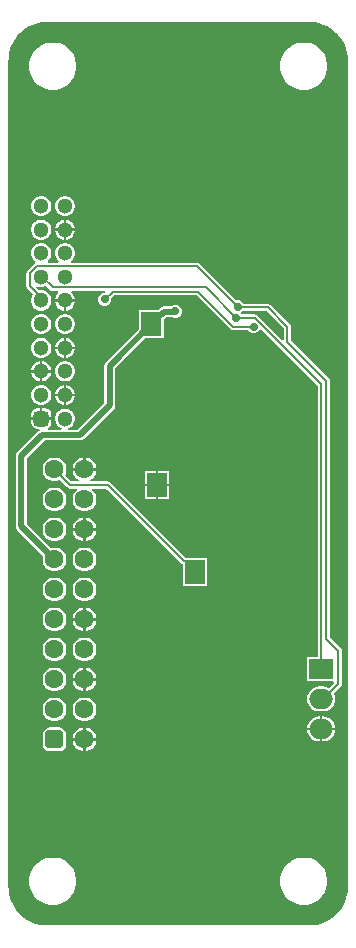
<source format=gbl>
G04*
G04 #@! TF.GenerationSoftware,Altium Limited,Altium Designer,23.3.1 (30)*
G04*
G04 Layer_Physical_Order=2*
G04 Layer_Color=16711680*
%FSLAX44Y44*%
%MOMM*%
G71*
G04*
G04 #@! TF.SameCoordinates,AFC9A265-922B-4258-BEE4-7106DEA6A0D1*
G04*
G04*
G04 #@! TF.FilePolarity,Positive*
G04*
G01*
G75*
%ADD12C,0.2000*%
%ADD33R,2.0000X1.7000*%
%ADD34O,2.0000X1.7000*%
%ADD35R,1.7000X2.0000*%
%ADD36C,1.3000*%
G04:AMPARAMS|DCode=37|XSize=1.3mm|YSize=1.3mm|CornerRadius=0.325mm|HoleSize=0mm|Usage=FLASHONLY|Rotation=90.000|XOffset=0mm|YOffset=0mm|HoleType=Round|Shape=RoundedRectangle|*
%AMROUNDEDRECTD37*
21,1,1.3000,0.6500,0,0,90.0*
21,1,0.6500,1.3000,0,0,90.0*
1,1,0.6500,0.3250,0.3250*
1,1,0.6500,0.3250,-0.3250*
1,1,0.6500,-0.3250,-0.3250*
1,1,0.6500,-0.3250,0.3250*
%
%ADD37ROUNDEDRECTD37*%
%ADD38C,1.6000*%
G04:AMPARAMS|DCode=39|XSize=1.6mm|YSize=1.6mm|CornerRadius=0.4mm|HoleSize=0mm|Usage=FLASHONLY|Rotation=90.000|XOffset=0mm|YOffset=0mm|HoleType=Round|Shape=RoundedRectangle|*
%AMROUNDEDRECTD39*
21,1,1.6000,0.8000,0,0,90.0*
21,1,0.8000,1.6000,0,0,90.0*
1,1,0.8000,0.4000,0.4000*
1,1,0.8000,0.4000,-0.4000*
1,1,0.8000,-0.4000,-0.4000*
1,1,0.8000,-0.4000,0.4000*
%
%ADD39ROUNDEDRECTD39*%
%ADD40C,0.7000*%
%ADD41C,0.5000*%
G36*
X265000Y767451D02*
X265000Y767451D01*
X266239Y767376D01*
X269873Y767090D01*
X270181Y767049D01*
X275035Y765884D01*
X279743Y763934D01*
X283999Y761326D01*
X284245Y761137D01*
X287749Y758144D01*
X288144Y757749D01*
X291137Y754245D01*
X291325Y753999D01*
X293934Y749743D01*
X295884Y745035D01*
X297049Y740181D01*
X297090Y739873D01*
X297451Y735279D01*
Y735001D01*
X297451Y735000D01*
X297451Y35000D01*
X297451Y35000D01*
Y34720D01*
X297090Y30128D01*
X297049Y29818D01*
X295884Y24965D01*
X293934Y20257D01*
X291326Y16001D01*
X291136Y15755D01*
X288144Y12251D01*
X287749Y11856D01*
X284245Y8863D01*
X283999Y8675D01*
X279743Y6066D01*
X275035Y4116D01*
X270180Y2951D01*
X269874Y2910D01*
X266239Y2625D01*
X265000Y2549D01*
D01*
X263736Y2549D01*
X42500Y2549D01*
X42500Y2549D01*
X42500Y2549D01*
X41261Y2624D01*
X37626Y2910D01*
X37319Y2951D01*
X32465Y4116D01*
X27757Y6066D01*
X23501Y8675D01*
X23256Y8863D01*
X19751Y11856D01*
X19356Y12250D01*
X16363Y15756D01*
X16175Y16001D01*
X13566Y20257D01*
X11616Y24965D01*
X10451Y29820D01*
X10410Y30126D01*
X10125Y33750D01*
X10049Y35000D01*
X10049Y35000D01*
X10049Y36248D01*
Y735000D01*
X10049Y735000D01*
X10124Y736239D01*
X10410Y739874D01*
X10451Y740180D01*
X11616Y745035D01*
X13566Y749743D01*
X16175Y753999D01*
X16363Y754244D01*
X19356Y757749D01*
X19751Y758144D01*
X23256Y761137D01*
X23501Y761325D01*
X27757Y763934D01*
X32465Y765884D01*
X37319Y767049D01*
X37627Y767090D01*
X42221Y767451D01*
X42499D01*
X42500Y767451D01*
X264500Y767451D01*
X264501Y767451D01*
X265000Y767451D01*
D02*
G37*
%LPC*%
G36*
X261970Y750000D02*
X258030D01*
X254166Y749231D01*
X250526Y747724D01*
X247251Y745535D01*
X244465Y742749D01*
X242276Y739473D01*
X240769Y735834D01*
X240000Y731970D01*
Y728030D01*
X240769Y724166D01*
X242276Y720526D01*
X244465Y717251D01*
X247251Y714465D01*
X250526Y712276D01*
X254166Y710769D01*
X258030Y710000D01*
X261970D01*
X265834Y710769D01*
X269473Y712276D01*
X272749Y714465D01*
X275535Y717251D01*
X277724Y720526D01*
X279231Y724166D01*
X280000Y728030D01*
Y731970D01*
X279231Y735834D01*
X277724Y739473D01*
X275535Y742749D01*
X272749Y745535D01*
X269473Y747724D01*
X265834Y749231D01*
X261970Y750000D01*
D02*
G37*
G36*
X49470D02*
X45530D01*
X41666Y749231D01*
X38026Y747724D01*
X34751Y745535D01*
X31965Y742749D01*
X29776Y739473D01*
X28269Y735834D01*
X27500Y731970D01*
Y728030D01*
X28269Y724166D01*
X29776Y720526D01*
X31965Y717251D01*
X34751Y714465D01*
X38026Y712276D01*
X41666Y710769D01*
X45530Y710000D01*
X49470D01*
X53334Y710769D01*
X56974Y712276D01*
X60249Y714465D01*
X63035Y717251D01*
X65224Y720526D01*
X66731Y724166D01*
X67500Y728030D01*
Y731970D01*
X66731Y735834D01*
X65224Y739473D01*
X63035Y742749D01*
X60249Y745535D01*
X56974Y747724D01*
X53334Y749231D01*
X49470Y750000D01*
D02*
G37*
G36*
X58919Y620150D02*
X56681D01*
X54519Y619571D01*
X52581Y618452D01*
X50998Y616869D01*
X49879Y614931D01*
X49300Y612769D01*
Y610531D01*
X49879Y608369D01*
X50998Y606431D01*
X52581Y604848D01*
X54519Y603729D01*
X56681Y603150D01*
X58919D01*
X61081Y603729D01*
X63019Y604848D01*
X64602Y606431D01*
X65721Y608369D01*
X66300Y610531D01*
Y612769D01*
X65721Y614931D01*
X64602Y616869D01*
X63019Y618452D01*
X61081Y619571D01*
X58919Y620150D01*
D02*
G37*
G36*
X38919D02*
X36681D01*
X34519Y619571D01*
X32581Y618452D01*
X30998Y616869D01*
X29879Y614931D01*
X29300Y612769D01*
Y610531D01*
X29879Y608369D01*
X30998Y606431D01*
X32581Y604848D01*
X34519Y603729D01*
X36681Y603150D01*
X38919D01*
X41081Y603729D01*
X43019Y604848D01*
X44602Y606431D01*
X45721Y608369D01*
X46300Y610531D01*
Y612769D01*
X45721Y614931D01*
X44602Y616869D01*
X43019Y618452D01*
X41081Y619571D01*
X38919Y620150D01*
D02*
G37*
G36*
X58919Y600150D02*
X58800D01*
Y592650D01*
X66300D01*
Y592769D01*
X65721Y594931D01*
X64602Y596869D01*
X63019Y598452D01*
X61081Y599571D01*
X58919Y600150D01*
D02*
G37*
G36*
X56800D02*
X56681D01*
X54519Y599571D01*
X52581Y598452D01*
X50998Y596869D01*
X49879Y594931D01*
X49300Y592769D01*
Y592650D01*
X56800D01*
Y600150D01*
D02*
G37*
G36*
X66300Y590650D02*
X58800D01*
Y583150D01*
X58919D01*
X61081Y583729D01*
X63019Y584848D01*
X64602Y586431D01*
X65721Y588369D01*
X66300Y590531D01*
Y590650D01*
D02*
G37*
G36*
X56800D02*
X49300D01*
Y590531D01*
X49879Y588369D01*
X50998Y586431D01*
X52581Y584848D01*
X54519Y583729D01*
X56681Y583150D01*
X56800D01*
Y590650D01*
D02*
G37*
G36*
X38919Y600150D02*
X36681D01*
X34519Y599571D01*
X32581Y598452D01*
X30998Y596869D01*
X29879Y594931D01*
X29300Y592769D01*
Y590531D01*
X29879Y588369D01*
X30998Y586431D01*
X32581Y584848D01*
X34519Y583729D01*
X36681Y583150D01*
X38919D01*
X41081Y583729D01*
X43019Y584848D01*
X44602Y586431D01*
X45721Y588369D01*
X46300Y590531D01*
Y592769D01*
X45721Y594931D01*
X44602Y596869D01*
X43019Y598452D01*
X41081Y599571D01*
X38919Y600150D01*
D02*
G37*
G36*
X58919Y580150D02*
X56681D01*
X54519Y579571D01*
X52581Y578452D01*
X50998Y576869D01*
X49879Y574931D01*
X49300Y572769D01*
Y570531D01*
X49879Y568369D01*
X50998Y566431D01*
X52450Y564979D01*
X52370Y564423D01*
X52015Y563709D01*
X43585D01*
X43230Y564423D01*
X43150Y564979D01*
X44602Y566431D01*
X45721Y568369D01*
X46300Y570531D01*
Y572769D01*
X45721Y574931D01*
X44602Y576869D01*
X43019Y578452D01*
X41081Y579571D01*
X38919Y580150D01*
X36681D01*
X34519Y579571D01*
X32581Y578452D01*
X30998Y576869D01*
X29879Y574931D01*
X29300Y572769D01*
Y570531D01*
X29879Y568369D01*
X30998Y566431D01*
X32581Y564848D01*
X32763Y564743D01*
X32819Y564225D01*
X32677Y563326D01*
X31909Y562813D01*
X31909Y562813D01*
X26087Y556991D01*
X25424Y555998D01*
X25191Y554828D01*
X25191Y554828D01*
Y543811D01*
X25191Y543811D01*
X25424Y542640D01*
X26087Y541648D01*
X30950Y536785D01*
X29879Y534931D01*
X29300Y532769D01*
Y530531D01*
X29879Y528369D01*
X30998Y526431D01*
X32581Y524848D01*
X34519Y523729D01*
X36681Y523150D01*
X38919D01*
X41081Y523729D01*
X43019Y524848D01*
X44602Y526431D01*
X45721Y528369D01*
X46300Y530531D01*
Y532769D01*
X45721Y534931D01*
X44602Y536869D01*
X43019Y538452D01*
X41081Y539571D01*
X38919Y540150D01*
X36681D01*
X36330Y540056D01*
X33584Y542803D01*
X34364Y543819D01*
X34519Y543729D01*
X36681Y543150D01*
X38919D01*
X41081Y543729D01*
X41660Y544064D01*
X45237Y540487D01*
X45237Y540487D01*
X46229Y539824D01*
X47400Y539591D01*
X47400Y539591D01*
X52015D01*
X52370Y538876D01*
X52450Y538321D01*
X50998Y536869D01*
X49879Y534931D01*
X49300Y532769D01*
Y532650D01*
X57800D01*
X66300D01*
Y532769D01*
X65721Y534931D01*
X64602Y536869D01*
X63150Y538321D01*
X63230Y538876D01*
X63585Y539591D01*
X91483D01*
X92126Y538321D01*
X91891Y538000D01*
X90406D01*
X88385Y537163D01*
X86837Y535616D01*
X86000Y533594D01*
Y531406D01*
X86837Y529384D01*
X88385Y527837D01*
X90406Y527000D01*
X92594D01*
X94615Y527837D01*
X96163Y529384D01*
X97000Y531406D01*
Y533594D01*
X96976Y533651D01*
X99517Y536191D01*
X169233D01*
X198087Y507337D01*
X198087Y507337D01*
X199079Y506674D01*
X200250Y506441D01*
X200250Y506441D01*
X212710D01*
X212837Y506134D01*
X214384Y504587D01*
X216406Y503750D01*
X218594D01*
X220616Y504587D01*
X222163Y506134D01*
X222479Y506899D01*
X223977Y507197D01*
X271691Y459483D01*
Y230150D01*
X262750D01*
Y209150D01*
X285028D01*
X285554Y207880D01*
X281228Y203553D01*
X278991Y204480D01*
X276250Y204841D01*
X273250D01*
X270509Y204480D01*
X267955Y203422D01*
X265761Y201739D01*
X264078Y199545D01*
X263020Y196991D01*
X262659Y194250D01*
X263020Y191509D01*
X264078Y188955D01*
X265761Y186761D01*
X267955Y185078D01*
X270509Y184020D01*
X273250Y183659D01*
X276250D01*
X278991Y184020D01*
X281545Y185078D01*
X283739Y186761D01*
X285422Y188955D01*
X286480Y191509D01*
X286841Y194250D01*
X286480Y196991D01*
X285553Y199228D01*
X291413Y205087D01*
X292076Y206080D01*
X292309Y207250D01*
Y235000D01*
X292076Y236171D01*
X291413Y237163D01*
X291413Y237163D01*
X282309Y246267D01*
Y463500D01*
X282076Y464671D01*
X281413Y465663D01*
X281413Y465663D01*
X249059Y498017D01*
Y499300D01*
X249171Y499862D01*
X249170Y499862D01*
Y509388D01*
X249171Y509388D01*
X248938Y510559D01*
X248275Y511551D01*
X248275Y511551D01*
X231663Y528163D01*
X230671Y528826D01*
X229500Y529059D01*
X229500Y529059D01*
X208936D01*
X208772Y529455D01*
X207225Y531002D01*
X205203Y531839D01*
X203015D01*
X202959Y531816D01*
X171962Y562813D01*
X170970Y563476D01*
X169799Y563709D01*
X169799Y563709D01*
X63585D01*
X63230Y564423D01*
X63150Y564979D01*
X64602Y566431D01*
X65721Y568369D01*
X66300Y570531D01*
Y572769D01*
X65721Y574931D01*
X64602Y576869D01*
X63019Y578452D01*
X61081Y579571D01*
X58919Y580150D01*
D02*
G37*
G36*
X66300Y530650D02*
X58800D01*
Y523150D01*
X58919D01*
X61081Y523729D01*
X63019Y524848D01*
X64602Y526431D01*
X65721Y528369D01*
X66300Y530531D01*
Y530650D01*
D02*
G37*
G36*
X56800D02*
X49300D01*
Y530531D01*
X49879Y528369D01*
X50998Y526431D01*
X52581Y524848D01*
X54519Y523729D01*
X56681Y523150D01*
X56800D01*
Y530650D01*
D02*
G37*
G36*
X152344Y528000D02*
X150156D01*
X148134Y527163D01*
X147677Y526706D01*
X141617D01*
X139861Y526356D01*
X138373Y525362D01*
X136511Y523500D01*
X120500D01*
Y507489D01*
X92506Y479494D01*
X91511Y478006D01*
X91162Y476250D01*
Y444650D01*
X68850Y422338D01*
X60796D01*
X60629Y423608D01*
X61081Y423729D01*
X63019Y424848D01*
X64602Y426431D01*
X65721Y428369D01*
X66300Y430531D01*
Y432769D01*
X65721Y434931D01*
X64602Y436869D01*
X63019Y438452D01*
X61081Y439571D01*
X58919Y440150D01*
X56681D01*
X54519Y439571D01*
X52581Y438452D01*
X50998Y436869D01*
X49879Y434931D01*
X49300Y432769D01*
Y430531D01*
X49879Y428369D01*
X50998Y426431D01*
X52581Y424848D01*
X54519Y423729D01*
X54971Y423608D01*
X54804Y422338D01*
X43540D01*
X43479Y422491D01*
X43328Y423608D01*
X44835Y424615D01*
X45995Y426352D01*
X46403Y428400D01*
Y430650D01*
X37800D01*
X29197D01*
Y428400D01*
X29605Y426352D01*
X30765Y424615D01*
X32502Y423455D01*
X34550Y423047D01*
X36300D01*
X36677Y421777D01*
X35506Y420994D01*
X17506Y402994D01*
X16511Y401506D01*
X16162Y399750D01*
Y340650D01*
X16511Y338894D01*
X17506Y337406D01*
X39464Y315448D01*
X39000Y313717D01*
Y311084D01*
X39681Y308540D01*
X40998Y306260D01*
X42860Y304398D01*
X45140Y303081D01*
X47684Y302400D01*
X50317D01*
X52860Y303081D01*
X55140Y304398D01*
X57002Y306260D01*
X58319Y308540D01*
X59000Y311084D01*
Y313717D01*
X58319Y316260D01*
X57002Y318540D01*
X55140Y320402D01*
X52860Y321718D01*
X50317Y322400D01*
X47684D01*
X45953Y321936D01*
X25338Y342551D01*
Y397850D01*
X40651Y413162D01*
X70750D01*
X72506Y413511D01*
X73994Y414506D01*
X98994Y439506D01*
X99989Y440994D01*
X100338Y442750D01*
Y474350D01*
X125489Y499500D01*
X141500D01*
Y515511D01*
X143518Y517529D01*
X148878D01*
X150156Y517000D01*
X152344D01*
X154366Y517837D01*
X155913Y519384D01*
X156750Y521406D01*
Y523594D01*
X155913Y525616D01*
X154366Y527163D01*
X152344Y528000D01*
D02*
G37*
G36*
X58919Y520150D02*
X56681D01*
X54519Y519571D01*
X52581Y518452D01*
X50998Y516869D01*
X49879Y514931D01*
X49300Y512769D01*
Y510531D01*
X49879Y508369D01*
X50998Y506431D01*
X52581Y504848D01*
X54519Y503729D01*
X56681Y503150D01*
X58919D01*
X61081Y503729D01*
X63019Y504848D01*
X64602Y506431D01*
X65721Y508369D01*
X66300Y510531D01*
Y512769D01*
X65721Y514931D01*
X64602Y516869D01*
X63019Y518452D01*
X61081Y519571D01*
X58919Y520150D01*
D02*
G37*
G36*
X38919D02*
X36681D01*
X34519Y519571D01*
X32581Y518452D01*
X30998Y516869D01*
X29879Y514931D01*
X29300Y512769D01*
Y510531D01*
X29879Y508369D01*
X30998Y506431D01*
X32581Y504848D01*
X34519Y503729D01*
X36681Y503150D01*
X38919D01*
X41081Y503729D01*
X43019Y504848D01*
X44602Y506431D01*
X45721Y508369D01*
X46300Y510531D01*
Y512769D01*
X45721Y514931D01*
X44602Y516869D01*
X43019Y518452D01*
X41081Y519571D01*
X38919Y520150D01*
D02*
G37*
G36*
X58919Y500150D02*
X58800D01*
Y492650D01*
X66300D01*
Y492769D01*
X65721Y494931D01*
X64602Y496869D01*
X63019Y498452D01*
X61081Y499571D01*
X58919Y500150D01*
D02*
G37*
G36*
X56800D02*
X56681D01*
X54519Y499571D01*
X52581Y498452D01*
X50998Y496869D01*
X49879Y494931D01*
X49300Y492769D01*
Y492650D01*
X56800D01*
Y500150D01*
D02*
G37*
G36*
X66300Y490650D02*
X58800D01*
Y483150D01*
X58919D01*
X61081Y483729D01*
X63019Y484848D01*
X64602Y486431D01*
X65721Y488369D01*
X66300Y490531D01*
Y490650D01*
D02*
G37*
G36*
X56800D02*
X49300D01*
Y490531D01*
X49879Y488369D01*
X50998Y486431D01*
X52581Y484848D01*
X54519Y483729D01*
X56681Y483150D01*
X56800D01*
Y490650D01*
D02*
G37*
G36*
X38919Y500150D02*
X36681D01*
X34519Y499571D01*
X32581Y498452D01*
X30998Y496869D01*
X29879Y494931D01*
X29300Y492769D01*
Y490531D01*
X29879Y488369D01*
X30998Y486431D01*
X32581Y484848D01*
X34519Y483729D01*
X36681Y483150D01*
X38919D01*
X41081Y483729D01*
X43019Y484848D01*
X44602Y486431D01*
X45721Y488369D01*
X46300Y490531D01*
Y492769D01*
X45721Y494931D01*
X44602Y496869D01*
X43019Y498452D01*
X41081Y499571D01*
X38919Y500150D01*
D02*
G37*
G36*
Y480150D02*
X38800D01*
Y472650D01*
X46300D01*
Y472769D01*
X45721Y474931D01*
X44602Y476869D01*
X43019Y478452D01*
X41081Y479571D01*
X38919Y480150D01*
D02*
G37*
G36*
X36800D02*
X36681D01*
X34519Y479571D01*
X32581Y478452D01*
X30998Y476869D01*
X29879Y474931D01*
X29300Y472769D01*
Y472650D01*
X36800D01*
Y480150D01*
D02*
G37*
G36*
X58919D02*
X56681D01*
X54519Y479571D01*
X52581Y478452D01*
X50998Y476869D01*
X49879Y474931D01*
X49300Y472769D01*
Y470531D01*
X49879Y468369D01*
X50998Y466431D01*
X52581Y464848D01*
X54519Y463729D01*
X56681Y463150D01*
X58919D01*
X61081Y463729D01*
X63019Y464848D01*
X64602Y466431D01*
X65721Y468369D01*
X66300Y470531D01*
Y472769D01*
X65721Y474931D01*
X64602Y476869D01*
X63019Y478452D01*
X61081Y479571D01*
X58919Y480150D01*
D02*
G37*
G36*
X46300Y470650D02*
X38800D01*
Y463150D01*
X38919D01*
X41081Y463729D01*
X43019Y464848D01*
X44602Y466431D01*
X45721Y468369D01*
X46300Y470531D01*
Y470650D01*
D02*
G37*
G36*
X36800D02*
X29300D01*
Y470531D01*
X29879Y468369D01*
X30998Y466431D01*
X32581Y464848D01*
X34519Y463729D01*
X36681Y463150D01*
X36800D01*
Y470650D01*
D02*
G37*
G36*
X58919Y460150D02*
X58800D01*
Y452650D01*
X66300D01*
Y452769D01*
X65721Y454931D01*
X64602Y456869D01*
X63019Y458452D01*
X61081Y459571D01*
X58919Y460150D01*
D02*
G37*
G36*
X56800D02*
X56681D01*
X54519Y459571D01*
X52581Y458452D01*
X50998Y456869D01*
X49879Y454931D01*
X49300Y452769D01*
Y452650D01*
X56800D01*
Y460150D01*
D02*
G37*
G36*
X66300Y450650D02*
X58800D01*
Y443150D01*
X58919D01*
X61081Y443729D01*
X63019Y444848D01*
X64602Y446431D01*
X65721Y448369D01*
X66300Y450531D01*
Y450650D01*
D02*
G37*
G36*
X56800D02*
X49300D01*
Y450531D01*
X49879Y448369D01*
X50998Y446431D01*
X52581Y444848D01*
X54519Y443729D01*
X56681Y443150D01*
X56800D01*
Y450650D01*
D02*
G37*
G36*
X38919Y460150D02*
X36681D01*
X34519Y459571D01*
X32581Y458452D01*
X30998Y456869D01*
X29879Y454931D01*
X29300Y452769D01*
Y450531D01*
X29879Y448369D01*
X30998Y446431D01*
X32581Y444848D01*
X34519Y443729D01*
X36681Y443150D01*
X38919D01*
X41081Y443729D01*
X43019Y444848D01*
X44602Y446431D01*
X45721Y448369D01*
X46300Y450531D01*
Y452769D01*
X45721Y454931D01*
X44602Y456869D01*
X43019Y458452D01*
X41081Y459571D01*
X38919Y460150D01*
D02*
G37*
G36*
X41050Y440253D02*
X38800D01*
Y432650D01*
X46403D01*
Y434900D01*
X45995Y436948D01*
X44835Y438685D01*
X43098Y439845D01*
X41050Y440253D01*
D02*
G37*
G36*
X36800D02*
X34550D01*
X32502Y439845D01*
X30765Y438685D01*
X29605Y436948D01*
X29197Y434900D01*
Y432650D01*
X36800D01*
Y440253D01*
D02*
G37*
G36*
X75717Y398600D02*
X75400D01*
Y389600D01*
X84400D01*
Y389916D01*
X83719Y392460D01*
X82402Y394740D01*
X80540Y396602D01*
X78260Y397919D01*
X75717Y398600D01*
D02*
G37*
G36*
X73400D02*
X73084D01*
X70540Y397919D01*
X68260Y396602D01*
X66398Y394740D01*
X65082Y392460D01*
X64400Y389916D01*
Y389600D01*
X73400D01*
Y398600D01*
D02*
G37*
G36*
X146250Y387500D02*
X136750D01*
Y376500D01*
X146250D01*
Y387500D01*
D02*
G37*
G36*
X134750D02*
X125250D01*
Y376500D01*
X134750D01*
Y387500D01*
D02*
G37*
G36*
X146250Y374500D02*
X136750D01*
Y363500D01*
X146250D01*
Y374500D01*
D02*
G37*
G36*
X134750D02*
X125250D01*
Y363500D01*
X134750D01*
Y374500D01*
D02*
G37*
G36*
X50317Y373200D02*
X47684D01*
X45140Y372519D01*
X42860Y371202D01*
X40998Y369340D01*
X39681Y367060D01*
X39000Y364516D01*
Y361884D01*
X39681Y359340D01*
X40998Y357060D01*
X42860Y355198D01*
X45140Y353881D01*
X47684Y353200D01*
X50317D01*
X52860Y353881D01*
X55140Y355198D01*
X57002Y357060D01*
X58319Y359340D01*
X59000Y361884D01*
Y364516D01*
X58319Y367060D01*
X57002Y369340D01*
X55140Y371202D01*
X52860Y372519D01*
X50317Y373200D01*
D02*
G37*
G36*
X75717Y347800D02*
X75400D01*
Y338800D01*
X84400D01*
Y339117D01*
X83719Y341660D01*
X82402Y343940D01*
X80540Y345802D01*
X78260Y347118D01*
X75717Y347800D01*
D02*
G37*
G36*
X73400D02*
X73084D01*
X70540Y347118D01*
X68260Y345802D01*
X66398Y343940D01*
X65082Y341660D01*
X64400Y339117D01*
Y338800D01*
X73400D01*
Y347800D01*
D02*
G37*
G36*
X84400Y336800D02*
X75400D01*
Y327800D01*
X75717D01*
X78260Y328481D01*
X80540Y329798D01*
X82402Y331660D01*
X83719Y333940D01*
X84400Y336483D01*
Y336800D01*
D02*
G37*
G36*
X73400D02*
X64400D01*
Y336483D01*
X65082Y333940D01*
X66398Y331660D01*
X68260Y329798D01*
X70540Y328481D01*
X73084Y327800D01*
X73400D01*
Y336800D01*
D02*
G37*
G36*
X50317Y347800D02*
X47684D01*
X45140Y347118D01*
X42860Y345802D01*
X40998Y343940D01*
X39681Y341660D01*
X39000Y339117D01*
Y336483D01*
X39681Y333940D01*
X40998Y331660D01*
X42860Y329798D01*
X45140Y328481D01*
X47684Y327800D01*
X50317D01*
X52860Y328481D01*
X55140Y329798D01*
X57002Y331660D01*
X58319Y333940D01*
X59000Y336483D01*
Y339117D01*
X58319Y341660D01*
X57002Y343940D01*
X55140Y345802D01*
X52860Y347118D01*
X50317Y347800D01*
D02*
G37*
G36*
X75717Y322400D02*
X73084D01*
X70540Y321718D01*
X68260Y320402D01*
X66398Y318540D01*
X65082Y316260D01*
X64400Y313717D01*
Y311084D01*
X65082Y308540D01*
X66398Y306260D01*
X68260Y304398D01*
X70540Y303081D01*
X73084Y302400D01*
X75717D01*
X78260Y303081D01*
X80540Y304398D01*
X82402Y306260D01*
X83719Y308540D01*
X84400Y311084D01*
Y313717D01*
X83719Y316260D01*
X82402Y318540D01*
X80540Y320402D01*
X78260Y321718D01*
X75717Y322400D01*
D02*
G37*
G36*
X50317Y398600D02*
X47684D01*
X45140Y397919D01*
X42860Y396602D01*
X40998Y394740D01*
X39681Y392460D01*
X39000Y389916D01*
Y387284D01*
X39681Y384740D01*
X40998Y382460D01*
X42860Y380598D01*
X45140Y379282D01*
X47684Y378600D01*
X50317D01*
X52860Y379282D01*
X53578Y379696D01*
X59937Y373337D01*
X59937Y373337D01*
X60929Y372674D01*
X62100Y372441D01*
X67953D01*
X68220Y371445D01*
X68229Y371171D01*
X66398Y369340D01*
X65082Y367060D01*
X64400Y364516D01*
Y361884D01*
X65082Y359340D01*
X66398Y357060D01*
X68260Y355198D01*
X70540Y353881D01*
X73084Y353200D01*
X75717D01*
X78260Y353881D01*
X80540Y355198D01*
X82402Y357060D01*
X83719Y359340D01*
X84400Y361884D01*
Y364516D01*
X83719Y367060D01*
X82402Y369340D01*
X80571Y371171D01*
X80580Y371445D01*
X80847Y372441D01*
X92983D01*
X156837Y308587D01*
X156837Y308587D01*
X157500Y308144D01*
Y289750D01*
X178500D01*
Y313750D01*
X160796D01*
X160500Y313809D01*
X160500Y313809D01*
X160267D01*
X96413Y377663D01*
X95421Y378326D01*
X94250Y378559D01*
X94250Y378559D01*
X79548D01*
X79208Y379829D01*
X80540Y380598D01*
X82402Y382460D01*
X83719Y384740D01*
X84400Y387284D01*
Y387600D01*
X74400D01*
X64400D01*
Y387284D01*
X65082Y384740D01*
X66398Y382460D01*
X68260Y380598D01*
X69592Y379829D01*
X69252Y378559D01*
X63367D01*
X57904Y384022D01*
X58319Y384740D01*
X59000Y387284D01*
Y389916D01*
X58319Y392460D01*
X57002Y394740D01*
X55140Y396602D01*
X52860Y397919D01*
X50317Y398600D01*
D02*
G37*
G36*
X75717Y297000D02*
X73084D01*
X70540Y296318D01*
X68260Y295002D01*
X66398Y293140D01*
X65082Y290860D01*
X64400Y288316D01*
Y285683D01*
X65082Y283140D01*
X66398Y280860D01*
X68260Y278998D01*
X70540Y277682D01*
X73084Y277000D01*
X75717D01*
X78260Y277682D01*
X80540Y278998D01*
X82402Y280860D01*
X83719Y283140D01*
X84400Y285683D01*
Y288316D01*
X83719Y290860D01*
X82402Y293140D01*
X80540Y295002D01*
X78260Y296318D01*
X75717Y297000D01*
D02*
G37*
G36*
X50317D02*
X47684D01*
X45140Y296318D01*
X42860Y295002D01*
X40998Y293140D01*
X39681Y290860D01*
X39000Y288316D01*
Y285683D01*
X39681Y283140D01*
X40998Y280860D01*
X42860Y278998D01*
X45140Y277682D01*
X47684Y277000D01*
X50317D01*
X52860Y277682D01*
X55140Y278998D01*
X57002Y280860D01*
X58319Y283140D01*
X59000Y285683D01*
Y288316D01*
X58319Y290860D01*
X57002Y293140D01*
X55140Y295002D01*
X52860Y296318D01*
X50317Y297000D01*
D02*
G37*
G36*
X75717Y271600D02*
X75400D01*
Y262600D01*
X84400D01*
Y262917D01*
X83719Y265460D01*
X82402Y267740D01*
X80540Y269602D01*
X78260Y270919D01*
X75717Y271600D01*
D02*
G37*
G36*
X73400D02*
X73084D01*
X70540Y270919D01*
X68260Y269602D01*
X66398Y267740D01*
X65082Y265460D01*
X64400Y262917D01*
Y262600D01*
X73400D01*
Y271600D01*
D02*
G37*
G36*
X84400Y260600D02*
X75400D01*
Y251600D01*
X75717D01*
X78260Y252281D01*
X80540Y253598D01*
X82402Y255460D01*
X83719Y257740D01*
X84400Y260284D01*
Y260600D01*
D02*
G37*
G36*
X73400D02*
X64400D01*
Y260284D01*
X65082Y257740D01*
X66398Y255460D01*
X68260Y253598D01*
X70540Y252281D01*
X73084Y251600D01*
X73400D01*
Y260600D01*
D02*
G37*
G36*
X50317Y271600D02*
X47684D01*
X45140Y270919D01*
X42860Y269602D01*
X40998Y267740D01*
X39681Y265460D01*
X39000Y262917D01*
Y260284D01*
X39681Y257740D01*
X40998Y255460D01*
X42860Y253598D01*
X45140Y252281D01*
X47684Y251600D01*
X50317D01*
X52860Y252281D01*
X55140Y253598D01*
X57002Y255460D01*
X58319Y257740D01*
X59000Y260284D01*
Y262917D01*
X58319Y265460D01*
X57002Y267740D01*
X55140Y269602D01*
X52860Y270919D01*
X50317Y271600D01*
D02*
G37*
G36*
X75717Y246200D02*
X73084D01*
X70540Y245518D01*
X68260Y244202D01*
X66398Y242340D01*
X65082Y240060D01*
X64400Y237516D01*
Y234883D01*
X65082Y232340D01*
X66398Y230060D01*
X68260Y228198D01*
X70540Y226882D01*
X73084Y226200D01*
X75717D01*
X78260Y226882D01*
X80540Y228198D01*
X82402Y230060D01*
X83719Y232340D01*
X84400Y234883D01*
Y237516D01*
X83719Y240060D01*
X82402Y242340D01*
X80540Y244202D01*
X78260Y245518D01*
X75717Y246200D01*
D02*
G37*
G36*
X50317D02*
X47684D01*
X45140Y245518D01*
X42860Y244202D01*
X40998Y242340D01*
X39681Y240060D01*
X39000Y237516D01*
Y234883D01*
X39681Y232340D01*
X40998Y230060D01*
X42860Y228198D01*
X45140Y226882D01*
X47684Y226200D01*
X50317D01*
X52860Y226882D01*
X55140Y228198D01*
X57002Y230060D01*
X58319Y232340D01*
X59000Y234883D01*
Y237516D01*
X58319Y240060D01*
X57002Y242340D01*
X55140Y244202D01*
X52860Y245518D01*
X50317Y246200D01*
D02*
G37*
G36*
X75717Y220800D02*
X75400D01*
Y211800D01*
X84400D01*
Y212117D01*
X83719Y214660D01*
X82402Y216940D01*
X80540Y218802D01*
X78260Y220119D01*
X75717Y220800D01*
D02*
G37*
G36*
X73400D02*
X73084D01*
X70540Y220119D01*
X68260Y218802D01*
X66398Y216940D01*
X65082Y214660D01*
X64400Y212117D01*
Y211800D01*
X73400D01*
Y220800D01*
D02*
G37*
G36*
X84400Y209800D02*
X75400D01*
Y200800D01*
X75717D01*
X78260Y201481D01*
X80540Y202798D01*
X82402Y204660D01*
X83719Y206940D01*
X84400Y209484D01*
Y209800D01*
D02*
G37*
G36*
X73400D02*
X64400D01*
Y209484D01*
X65082Y206940D01*
X66398Y204660D01*
X68260Y202798D01*
X70540Y201481D01*
X73084Y200800D01*
X73400D01*
Y209800D01*
D02*
G37*
G36*
X50317Y220800D02*
X47684D01*
X45140Y220119D01*
X42860Y218802D01*
X40998Y216940D01*
X39681Y214660D01*
X39000Y212117D01*
Y209484D01*
X39681Y206940D01*
X40998Y204660D01*
X42860Y202798D01*
X45140Y201481D01*
X47684Y200800D01*
X50317D01*
X52860Y201481D01*
X55140Y202798D01*
X57002Y204660D01*
X58319Y206940D01*
X59000Y209484D01*
Y212117D01*
X58319Y214660D01*
X57002Y216940D01*
X55140Y218802D01*
X52860Y220119D01*
X50317Y220800D01*
D02*
G37*
G36*
X75717Y195400D02*
X73084D01*
X70540Y194718D01*
X68260Y193402D01*
X66398Y191540D01*
X65082Y189260D01*
X64400Y186716D01*
Y184083D01*
X65082Y181540D01*
X66398Y179260D01*
X68260Y177398D01*
X70540Y176082D01*
X73084Y175400D01*
X75717D01*
X78260Y176082D01*
X80540Y177398D01*
X82402Y179260D01*
X83719Y181540D01*
X84400Y184083D01*
Y186716D01*
X83719Y189260D01*
X82402Y191540D01*
X80540Y193402D01*
X78260Y194718D01*
X75717Y195400D01*
D02*
G37*
G36*
X50317D02*
X47684D01*
X45140Y194718D01*
X42860Y193402D01*
X40998Y191540D01*
X39681Y189260D01*
X39000Y186716D01*
Y184083D01*
X39681Y181540D01*
X40998Y179260D01*
X42860Y177398D01*
X45140Y176082D01*
X47684Y175400D01*
X50317D01*
X52860Y176082D01*
X55140Y177398D01*
X57002Y179260D01*
X58319Y181540D01*
X59000Y184083D01*
Y186716D01*
X58319Y189260D01*
X57002Y191540D01*
X55140Y193402D01*
X52860Y194718D01*
X50317Y195400D01*
D02*
G37*
G36*
X276250Y179441D02*
X275750D01*
Y169850D01*
X286709D01*
X286480Y171591D01*
X285422Y174145D01*
X283739Y176339D01*
X281545Y178022D01*
X278991Y179080D01*
X276250Y179441D01*
D02*
G37*
G36*
X273750D02*
X273250D01*
X270509Y179080D01*
X267955Y178022D01*
X265761Y176339D01*
X264078Y174145D01*
X263020Y171591D01*
X262791Y169850D01*
X273750D01*
Y179441D01*
D02*
G37*
G36*
X75717Y170000D02*
X75400D01*
Y161000D01*
X84400D01*
Y161317D01*
X83719Y163860D01*
X82402Y166140D01*
X80540Y168002D01*
X78260Y169319D01*
X75717Y170000D01*
D02*
G37*
G36*
X73400D02*
X73084D01*
X70540Y169319D01*
X68260Y168002D01*
X66398Y166140D01*
X65082Y163860D01*
X64400Y161317D01*
Y161000D01*
X73400D01*
Y170000D01*
D02*
G37*
G36*
X286709Y167850D02*
X275750D01*
Y158259D01*
X276250D01*
X278991Y158620D01*
X281545Y159678D01*
X283739Y161361D01*
X285422Y163555D01*
X286480Y166109D01*
X286709Y167850D01*
D02*
G37*
G36*
X273750D02*
X262791D01*
X263020Y166109D01*
X264078Y163555D01*
X265761Y161361D01*
X267955Y159678D01*
X270509Y158620D01*
X273250Y158259D01*
X273750D01*
Y167850D01*
D02*
G37*
G36*
X84400Y159000D02*
X75400D01*
Y150000D01*
X75717D01*
X78260Y150681D01*
X80540Y151998D01*
X82402Y153860D01*
X83719Y156140D01*
X84400Y158684D01*
Y159000D01*
D02*
G37*
G36*
X73400D02*
X64400D01*
Y158684D01*
X65082Y156140D01*
X66398Y153860D01*
X68260Y151998D01*
X70540Y150681D01*
X73084Y150000D01*
X73400D01*
Y159000D01*
D02*
G37*
G36*
X53000Y170117D02*
X45000D01*
X42659Y169652D01*
X40674Y168326D01*
X39348Y166341D01*
X38883Y164000D01*
Y156000D01*
X39348Y153659D01*
X40674Y151674D01*
X42659Y150348D01*
X45000Y149882D01*
X53000D01*
X55341Y150348D01*
X57326Y151674D01*
X58652Y153659D01*
X59117Y156000D01*
Y164000D01*
X58652Y166341D01*
X57326Y168326D01*
X55341Y169652D01*
X53000Y170117D01*
D02*
G37*
G36*
X261970Y60000D02*
X258030D01*
X254166Y59231D01*
X250526Y57724D01*
X247251Y55535D01*
X244465Y52749D01*
X242276Y49474D01*
X240769Y45834D01*
X240000Y41970D01*
Y38030D01*
X240769Y34166D01*
X242276Y30526D01*
X244465Y27251D01*
X247251Y24465D01*
X250526Y22276D01*
X254166Y20769D01*
X258030Y20000D01*
X261970D01*
X265834Y20769D01*
X269473Y22276D01*
X272749Y24465D01*
X275535Y27251D01*
X277724Y30526D01*
X279231Y34166D01*
X280000Y38030D01*
Y41970D01*
X279231Y45834D01*
X277724Y49474D01*
X275535Y52749D01*
X272749Y55535D01*
X269473Y57724D01*
X265834Y59231D01*
X261970Y60000D01*
D02*
G37*
G36*
X49470D02*
X45530D01*
X41666Y59231D01*
X38026Y57724D01*
X34751Y55535D01*
X31965Y52749D01*
X29776Y49474D01*
X28269Y45834D01*
X27500Y41970D01*
Y38030D01*
X28269Y34166D01*
X29776Y30526D01*
X31965Y27251D01*
X34751Y24465D01*
X38026Y22276D01*
X41666Y20769D01*
X45530Y20000D01*
X49470D01*
X53334Y20769D01*
X56974Y22276D01*
X60249Y24465D01*
X63035Y27251D01*
X65224Y30526D01*
X66731Y34166D01*
X67500Y38030D01*
Y41970D01*
X66731Y45834D01*
X65224Y49474D01*
X63035Y52749D01*
X60249Y55535D01*
X56974Y57724D01*
X53334Y59231D01*
X49470Y60000D01*
D02*
G37*
%LPD*%
G36*
X243053Y508121D02*
Y500312D01*
X242941Y499750D01*
X242941Y499750D01*
Y498544D01*
X241768Y498058D01*
X220916Y518910D01*
X219923Y519573D01*
X218753Y519806D01*
X218752Y519806D01*
X207924D01*
X207053Y520813D01*
X207225Y521677D01*
X208489Y522941D01*
X228233D01*
X243053Y508121D01*
D02*
G37*
D12*
X289250Y207250D02*
Y235000D01*
X229500Y526000D02*
X246112Y509388D01*
X279250Y245000D02*
X289250Y235000D01*
X279250Y245000D02*
Y463500D01*
X246000Y496750D02*
Y499750D01*
Y496750D02*
X279250Y463500D01*
X246000Y499750D02*
X246112Y499862D01*
Y509388D01*
X218753Y516747D02*
X274750Y460750D01*
Y219650D02*
Y460750D01*
X203003Y516747D02*
X218753D01*
X276250Y194250D02*
X289250Y207250D01*
X204449Y526000D02*
X229500D01*
X200250Y509500D02*
X217250D01*
X217500Y509250D01*
X169799Y560650D02*
X204109Y526339D01*
X204449Y526000D01*
X274750Y194250D02*
X276250D01*
X49000Y388600D02*
X62100Y375500D01*
X94250D02*
X159000Y310750D01*
X62100Y375500D02*
X94250D01*
X47400Y542650D02*
X96700D01*
X96800Y542750D01*
X177000D01*
X91500Y532500D02*
X98250Y539250D01*
X38400Y551650D02*
X47400Y542650D01*
X177000Y542750D02*
X203003Y516747D01*
X98250Y539250D02*
X170500D01*
X200250Y509500D01*
X168000Y301750D02*
Y303250D01*
X159000Y310750D02*
X160500D01*
X168000Y303250D01*
X28250Y543811D02*
X38400Y533661D01*
X28250Y543811D02*
Y554828D01*
X34072Y560650D02*
X169799D01*
X28250Y554828D02*
X34072Y560650D01*
X38400Y531650D02*
Y533661D01*
D33*
X274750Y219650D02*
D03*
D34*
Y194250D02*
D03*
Y168850D02*
D03*
D35*
X168000Y301750D02*
D03*
X135750Y375500D02*
D03*
X131000Y511500D02*
D03*
D36*
X57800Y611650D02*
D03*
X37800D02*
D03*
X57800Y591650D02*
D03*
X37800D02*
D03*
X57800Y571650D02*
D03*
X37800D02*
D03*
X57800Y551650D02*
D03*
X37800D02*
D03*
X57800Y531650D02*
D03*
X37800D02*
D03*
X57800Y511650D02*
D03*
X37800D02*
D03*
X57800Y491650D02*
D03*
X37800D02*
D03*
X57800Y471650D02*
D03*
X37800D02*
D03*
X57800Y451650D02*
D03*
X37800D02*
D03*
X57800Y431650D02*
D03*
D37*
X37800D02*
D03*
D38*
X74400Y160000D02*
D03*
X49000Y185400D02*
D03*
X74400D02*
D03*
X49000Y210800D02*
D03*
X74400D02*
D03*
X49000Y236200D02*
D03*
X74400D02*
D03*
X49000Y261600D02*
D03*
X74400D02*
D03*
X49000Y287000D02*
D03*
X74400D02*
D03*
X49000Y312400D02*
D03*
X74400D02*
D03*
X49000Y337800D02*
D03*
X74400D02*
D03*
X49000Y363200D02*
D03*
X74400D02*
D03*
X49000Y388600D02*
D03*
X74400D02*
D03*
D39*
X49000Y160000D02*
D03*
D40*
X176000Y473000D02*
D03*
X229750Y473250D02*
D03*
X258500Y242750D02*
D03*
X292212Y271204D02*
D03*
X263750Y386000D02*
D03*
X290500Y450750D02*
D03*
X270250Y531250D02*
D03*
X238500Y506250D02*
D03*
X217500Y509250D02*
D03*
X204109Y526339D02*
D03*
X203003Y516747D02*
D03*
X91500Y532500D02*
D03*
X103750Y573923D02*
D03*
X15000Y327358D02*
D03*
X14250Y409858D02*
D03*
X199000Y470000D02*
D03*
X246099Y418501D02*
D03*
X170750Y418750D02*
D03*
X151250Y522500D02*
D03*
X37000Y398750D02*
D03*
X90000Y421500D02*
D03*
X77000Y436750D02*
D03*
X105500Y464250D02*
D03*
X86250Y468250D02*
D03*
X126250Y493250D02*
D03*
X114000Y510250D02*
D03*
X151000Y510750D02*
D03*
X150750Y532500D02*
D03*
X204750Y537500D02*
D03*
X197500Y501500D02*
D03*
D41*
X131000Y511500D02*
X141617Y522117D01*
X150867D01*
X95750Y476250D02*
X131000Y511500D01*
X150867Y522117D02*
X151250Y522500D01*
X95750Y442750D02*
Y476250D01*
X70750Y417750D02*
X95750Y442750D01*
X38750Y417750D02*
X70750D01*
X20750Y399750D02*
X38750Y417750D01*
X20750Y340650D02*
X49000Y312400D01*
X20750Y340650D02*
Y399750D01*
M02*

</source>
